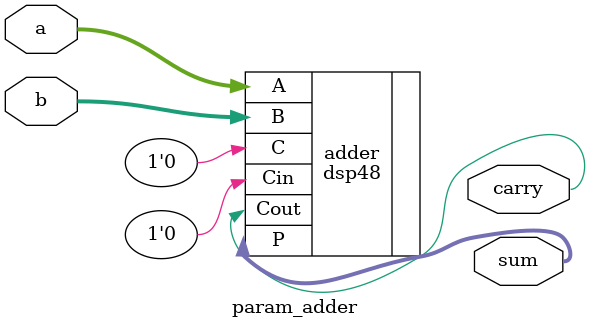
<source format=v>
module param_adder (
  input  [WIDTH-1:0] a,
  input  [WIDTH-1:0] b,
  output [WIDTH-1:0] sum,
  output        carry
);

  parameter WIDTH = 8;

  dsp48  adder (
    .A(a),
    .B(b),
    .C(1'b0),
    .P(sum),
    .Cin(1'b0),
    .Cout(carry)
  );

endmodule
</source>
